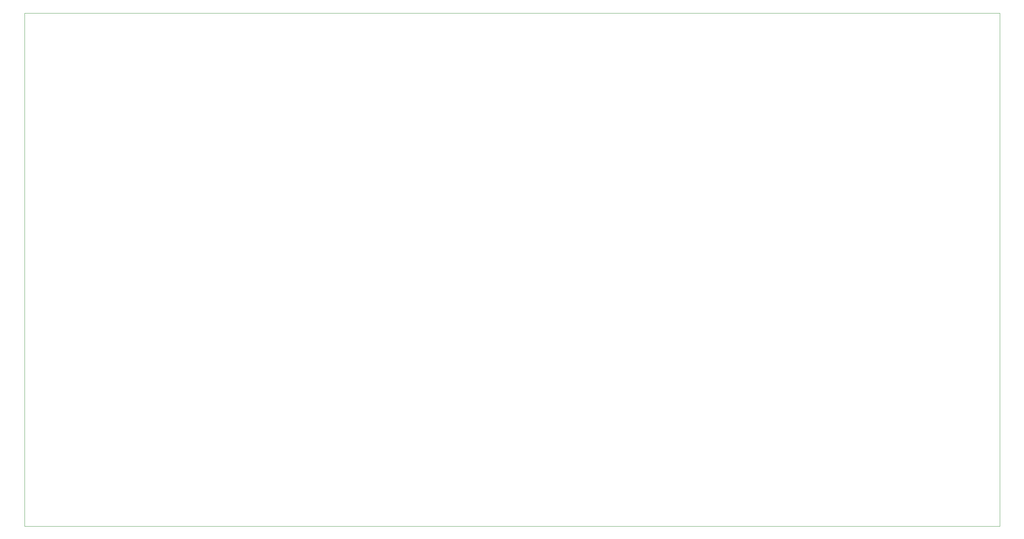
<source format=gbr>
G04 #@! TF.GenerationSoftware,KiCad,Pcbnew,5.1.4-e60b266~84~ubuntu18.04.1*
G04 #@! TF.CreationDate,2019-08-27T08:39:42+03:00*
G04 #@! TF.ProjectId,pcb,7063622e-6b69-4636-9164-5f7063625858,rev?*
G04 #@! TF.SameCoordinates,Original*
G04 #@! TF.FileFunction,Profile,NP*
%FSLAX46Y46*%
G04 Gerber Fmt 4.6, Leading zero omitted, Abs format (unit mm)*
G04 Created by KiCad (PCBNEW 5.1.4-e60b266~84~ubuntu18.04.1) date 2019-08-27 08:39:42*
%MOMM*%
%LPD*%
G04 APERTURE LIST*
%ADD10C,0.050000*%
G04 APERTURE END LIST*
D10*
X254000000Y-138430000D02*
X254000000Y-12700000D01*
X15240000Y-138430000D02*
X254000000Y-138430000D01*
X15240000Y-138430000D02*
X15240000Y-12700000D01*
X15240000Y-12700000D02*
X254000000Y-12700000D01*
M02*

</source>
